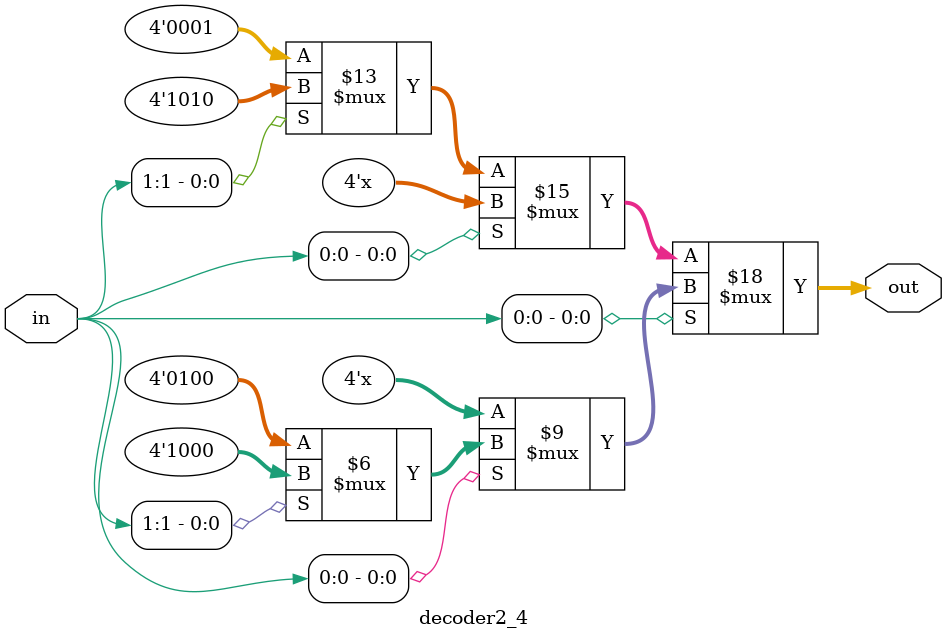
<source format=v>
module decoder2_4(
	input [1:0] in,
	output reg [3:0] out
);

	always @(*) begin
		if(in[0] == 0)
			if(in[1] == 0)
				out = 0001;
			else
				out = 0010;
		else
			if(in[1] == 0)
				out = 0100;
			else
				out = 1000;
	end
endmodule
</source>
